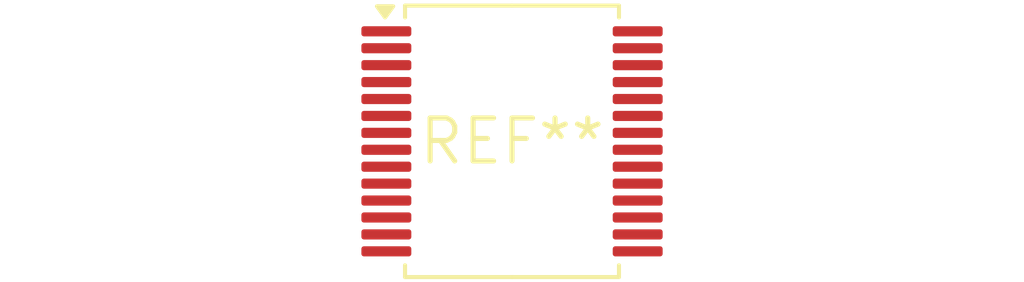
<source format=kicad_pcb>
(kicad_pcb (version 20240108) (generator pcbnew)
  (layers (0 "F.Cu" signal) (31 "B.Cu" signal) (34 "B.Paste" user) (35 "F.Paste" user) (36 "B.SilkS" user "B.Silkscreen") (37 "F.SilkS" user "F.Silkscreen") (38 "B.Mask" user) (39 "F.Mask" user) (44 "Edge.Cuts" user))
  (net 0 "")
  (footprint "TSSOP-28_6.1x7.8mm_P0.5mm" (layer "F.Cu") (at 0 0)
    (property "Reference" "REF**")
    (property "Value" "TSSOP-28_6.1x7.8mm_P0.5mm")
    (fp_line (start -3.16 -4.01) (end -3.16 -3.66) (layer "F.SilkS") (stroke (width 0.12)))
    (fp_line (start -3.16 4.01) (end -3.16 3.66) (layer "F.SilkS") (stroke (width 0.12)))
    (fp_line (start 0 -4.01) (end -3.16 -4.01) (layer "F.SilkS") (stroke (width 0.12)))
    (fp_line (start 0 -4.01) (end 3.16 -4.01) (layer "F.SilkS") (stroke (width 0.12)))
    (fp_line (start 0 4.01) (end -3.16 4.01) (layer "F.SilkS") (stroke (width 0.12)))
    (fp_line (start 0 4.01) (end 3.16 4.01) (layer "F.SilkS") (stroke (width 0.12)))
    (fp_line (start 3.16 -4.01) (end 3.16 -3.66) (layer "F.SilkS") (stroke (width 0.12)))
    (fp_line (start 3.16 4.01) (end 3.16 3.66) (layer "F.SilkS") (stroke (width 0.12)))
    (fp_poly (pts (xy -3.75 -3.66) (xy -3.99 -3.99) (xy -3.51 -3.99) (xy -3.75 -3.66)) (layer "F.SilkS") (stroke (width 0.12)) (fill solid))
    (pad "1" smd roundrect (at -3.7125 -3.25) (size 1.475 0.3) (layers "F.Cu" "F.Paste" "F.Mask"))
    (pad "2" smd roundrect (at -3.7125 -2.75) (size 1.475 0.3) (layers "F.Cu" "F.Paste" "F.Mask"))
    (pad "3" smd roundrect (at -3.7125 -2.25) (size 1.475 0.3) (layers "F.Cu" "F.Paste" "F.Mask"))
    (pad "4" smd roundrect (at -3.7125 -1.75) (size 1.475 0.3) (layers "F.Cu" "F.Paste" "F.Mask"))
    (pad "5" smd roundrect (at -3.7125 -1.25) (size 1.475 0.3) (layers "F.Cu" "F.Paste" "F.Mask"))
    (pad "6" smd roundrect (at -3.7125 -0.75) (size 1.475 0.3) (layers "F.Cu" "F.Paste" "F.Mask"))
    (pad "7" smd roundrect (at -3.7125 -0.25) (size 1.475 0.3) (layers "F.Cu" "F.Paste" "F.Mask"))
    (pad "8" smd roundrect (at -3.7125 0.25) (size 1.475 0.3) (layers "F.Cu" "F.Paste" "F.Mask"))
    (pad "9" smd roundrect (at -3.7125 0.75) (size 1.475 0.3) (layers "F.Cu" "F.Paste" "F.Mask"))
    (pad "10" smd roundrect (at -3.7125 1.25) (size 1.475 0.3) (layers "F.Cu" "F.Paste" "F.Mask"))
    (pad "11" smd roundrect (at -3.7125 1.75) (size 1.475 0.3) (layers "F.Cu" "F.Paste" "F.Mask"))
    (pad "12" smd roundrect (at -3.7125 2.25) (size 1.475 0.3) (layers "F.Cu" "F.Paste" "F.Mask"))
    (pad "13" smd roundrect (at -3.7125 2.75) (size 1.475 0.3) (layers "F.Cu" "F.Paste" "F.Mask"))
    (pad "14" smd roundrect (at -3.7125 3.25) (size 1.475 0.3) (layers "F.Cu" "F.Paste" "F.Mask"))
    (pad "15" smd roundrect (at 3.7125 3.25) (size 1.475 0.3) (layers "F.Cu" "F.Paste" "F.Mask"))
    (pad "16" smd roundrect (at 3.7125 2.75) (size 1.475 0.3) (layers "F.Cu" "F.Paste" "F.Mask"))
    (pad "17" smd roundrect (at 3.7125 2.25) (size 1.475 0.3) (layers "F.Cu" "F.Paste" "F.Mask"))
    (pad "18" smd roundrect (at 3.7125 1.75) (size 1.475 0.3) (layers "F.Cu" "F.Paste" "F.Mask"))
    (pad "19" smd roundrect (at 3.7125 1.25) (size 1.475 0.3) (layers "F.Cu" "F.Paste" "F.Mask"))
    (pad "20" smd roundrect (at 3.7125 0.75) (size 1.475 0.3) (layers "F.Cu" "F.Paste" "F.Mask"))
    (pad "21" smd roundrect (at 3.7125 0.25) (size 1.475 0.3) (layers "F.Cu" "F.Paste" "F.Mask"))
    (pad "22" smd roundrect (at 3.7125 -0.25) (size 1.475 0.3) (layers "F.Cu" "F.Paste" "F.Mask"))
    (pad "23" smd roundrect (at 3.7125 -0.75) (size 1.475 0.3) (layers "F.Cu" "F.Paste" "F.Mask"))
    (pad "24" smd roundrect (at 3.7125 -1.25) (size 1.475 0.3) (layers "F.Cu" "F.Paste" "F.Mask"))
    (pad "25" smd roundrect (at 3.7125 -1.75) (size 1.475 0.3) (layers "F.Cu" "F.Paste" "F.Mask"))
    (pad "26" smd roundrect (at 3.7125 -2.25) (size 1.475 0.3) (layers "F.Cu" "F.Paste" "F.Mask"))
    (pad "27" smd roundrect (at 3.7125 -2.75) (size 1.475 0.3) (layers "F.Cu" "F.Paste" "F.Mask"))
    (pad "28" smd roundrect (at 3.7125 -3.25) (size 1.475 0.3) (layers "F.Cu" "F.Paste" "F.Mask"))
  )
)
</source>
